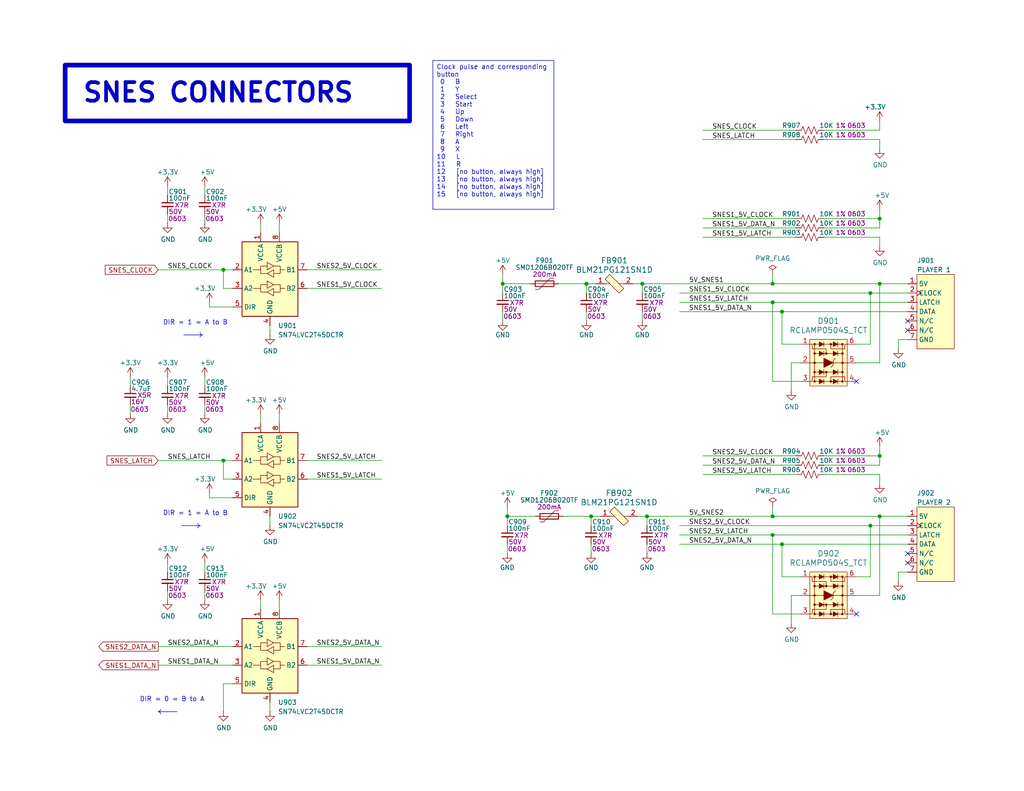
<source format=kicad_sch>
(kicad_sch (version 20231120) (generator "eeschema") (generator_version "8.0")
  (paper "A")
  (title_block (title "PETER") (date "2024-07-29") (rev "0.0") (company "Denno Wiggle") (comment 1 "SNES Connectors x 2."))
  (lib_symbols
    (symbol "Device:Polyfuse" (pin_numbers hide) (pin_names (offset 0))
      (property "Reference" "F" (at -2.54 0 90))
      (property "Value" "Polyfuse" (at 2.54 0 90))
      (symbol "Polyfuse_1_1"
        (pin passive line (at 0 3.81 270) (length 1.27) (name "~") (number "1"))
        (pin passive line (at 0 -3.81 90) (length 1.27) (name "~") (number "2"))
      )
    )
    (symbol "WTM:C_100nF_X7R_16V_0805H" (pin_numbers hide) (pin_names (offset 0) hide)
      (property "Reference" "C" (at 0.254 3.556 0))
      (property "Value" "100nF" (at 0.254 1.778 0))
      (property "Dielectric" "X7R" (at 1.905 -0.127 0))
      (property "Voltage" "16V" (at 0.254 -1.905 0))
      (property "Footprint2" "0805H" (at 0.127 -3.81 0))
      (symbol "C_100nF_X7R_16V_0805H_1_1"
        (pin passive line (at 0 2.54 270) (length 2.032) (name "~") (number "1"))
        (pin passive line (at 0 -2.54 90) (length 2.032) (name "~") (number "2"))
      )
    )
    (symbol "WTM:C_10uF_X5R_16V_0805H" (pin_numbers hide) (pin_names (offset 0.254) hide)
      (property "Reference" "C206" (at 0.254 3.556 0))
      (property "Value" "10uF" (at 0.254 1.778 0))
      (property "Dielectric" "X5R" (at 1.905 0.762 0))
      (property "Voltage" "16V" (at 0.127 -1.016 0))
      (property "Footprint2" "0805H" (at 3.302 -3.81 0))
      (symbol "C_10uF_X5R_16V_0805H_1_1"
        (pin passive line (at 0 2.54 270) (length 2.032) (name "~") (number "1"))
        (pin passive line (at 0 -2.54 90) (length 2.032) (name "~") (number "2"))
      )
    )
    (symbol "WTM:RCLAMP0504S_TCT" (pin_names (offset 1.016))
      (property "Reference" "D1001" (at 0 11.43 0))
      (property "Value" "RCLAMP0504S_TCT" (at 0 8.89 0))
      (symbol "RCLAMP0504S_TCT_1_1"
        (pin passive line (at -7.62 5.08 0) (length 2.54) (name "~") (number "1"))
        (pin passive line (at -7.62 0 0) (length 2.54) (name "~") (number "2"))
        (pin passive line (at -7.62 -5.08 0) (length 2.54) (name "~") (number "3"))
        (pin passive line (at 7.62 -5.08 180) (length 2.54) (name "~") (number "4"))
        (pin passive line (at 7.62 0 180) (length 2.54) (name "~") (number "5"))
        (pin passive line (at 7.62 5.08 180) (length 2.54) (name "~") (number "6"))
      )
    )
    (symbol "WTM:R_33R_5%_0805H_Horizontal1" (pin_numbers hide) (pin_names (offset 0))
      (property "Reference" "R" (at -7.62 1.27 0))
      (property "Value" "33R" (at 2.54 1.27 0))
      (property "Tolerance" "5%" (at 2.54 -1.27 0))
      (property "Footprint2" "0805H" (at -8.89 -1.27 0))
      (symbol "R_33R_5%_0805H_Horizontal1_1_1"
        (pin passive line (at -3.81 0 0) (length 1.27) (name "~") (number "1"))
        (pin passive line (at 3.81 0 180) (length 1.27) (name "~") (number "2"))
      )
    )
    (symbol "WTM:SN74LVC2T45DCTR"
      (property "Reference" "U" (at -6.35 11.43 0))
      (property "Value" "SN74LVC2T45DCTR" (at 3.81 11.43 0))
      (symbol "SN74LVC2T45DCTR_1_1"
        (pin power_in line (at -2.54 12.7 270) (length 2.54) (name "VCCA") (number "1"))
        (pin bidirectional line (at -10.16 2.54 0) (length 2.54) (name "A1") (number "2"))
        (pin bidirectional line (at -10.16 -2.54 0) (length 2.54) (name "A2") (number "3"))
        (pin power_in line (at 0 -12.7 90) (length 2.54) (name "GND") (number "4"))
        (pin input line (at -10.16 -7.62 0) (length 2.54) (name "DIR") (number "5"))
        (pin bidirectional line (at 10.16 -2.54 180) (length 2.54) (name "B2") (number "6"))
        (pin bidirectional line (at 10.16 2.54 180) (length 2.54) (name "B1") (number "7"))
        (pin power_in line (at 2.54 12.7 270) (length 2.54) (name "VCCB") (number "8"))
      )
    )
    (symbol "WTM:SNES-Controller-Socket"
      (property "Reference" "J702" (at -1.27 0 0))
      (property "Value" "PLAYER 2" (at -3.81 2.54 0))
      (symbol "SNES-Controller-Socket_1_1"
        (pin power_in line (at -8.89 -5.08 0) (length 2.54) (name "5V") (number "1"))
        (pin input clock (at -8.89 -7.62 0) (length 2.54) (name "CLOCK") (number "2"))
        (pin input line (at -8.89 -10.16 0) (length 2.54) (name "LATCH") (number "3"))
        (pin output line (at -8.89 -12.7 0) (length 2.54) (name "DATA") (number "4"))
        (pin bidirectional line (at -8.89 -15.24 0) (length 2.54) (name "N/C") (number "5"))
        (pin bidirectional line (at -8.89 -17.78 0) (length 2.54) (name "N/C") (number "6"))
        (pin power_in line (at -8.89 -20.32 0) (length 2.54) (name "GND") (number "7"))
      )
    )
    (symbol "dk_Ferrite-Beads-and-Chips:BLM18AG601SN1D" (pin_names (offset 1.016))
      (property "Reference" "FB" (at -2.54 3.81 0))
      (property "Value" "BLM18AG601SN1D" (at 0 -3.81 0))
      (symbol "BLM18AG601SN1D_1_1"
        (pin passive line (at -5.08 0 0) (length 2.54) (name "~") (number "1"))
        (pin passive line (at 5.08 0 180) (length 2.54) (name "~") (number "2"))
      )
    )
    (symbol "power:+3.3V" (power) (pin_numbers hide) (pin_names (offset 0) hide)
      (property "Value" "+3.3V" (at 0 3.556 0))
      (symbol "+3.3V_1_1"
        (pin power_in line (at 0 0 90) (length 0) (name "~") (number "1"))
      )
    )
    (symbol "power:+5V" (power) (pin_numbers hide) (pin_names (offset 0) hide)
      (property "Value" "+5V" (at 0 3.556 0))
      (symbol "+5V_1_1"
        (pin power_in line (at 0 0 90) (length 0) (name "~") (number "1"))
      )
    )
    (symbol "power:GND" (power) (pin_numbers hide) (pin_names (offset 0) hide)
      (property "Value" "GND" (at 0 -3.81 0))
      (symbol "GND_1_1"
        (pin power_in line (at 0 0 270) (length 0) (name "~") (number "1"))
      )
    )
    (symbol "power:PWR_FLAG" (power) (pin_numbers hide) (pin_names (offset 0) hide)
      (property "Value" "PWR_FLAG" (at 0 3.81 0))
      (symbol "PWR_FLAG_0_0"
        (pin power_out line (at 0 0 90) (length 0) (name "~") (number "1"))
      )
    )
  )
  (junction (at 210.82 146.05))
  (junction (at 161.29 140.97))
  (junction (at 213.36 148.59))
  (junction (at 210.82 82.55))
  (junction (at 176.53 140.97))
  (junction (at 240.03 140.97))
  (junction (at 240.03 59.69))
  (junction (at 240.03 124.46))
  (junction (at 60.96 73.66))
  (junction (at 60.96 125.73))
  (junction (at 237.49 143.51))
  (junction (at 138.43 140.97))
  (junction (at 237.49 80.01))
  (junction (at 210.82 77.47))
  (junction (at 137.16 77.47))
  (junction (at 240.03 77.47))
  (junction (at 210.82 140.97))
  (junction (at 160.02 77.47))
  (junction (at 175.26 77.47))
  (junction (at 213.36 85.09))
  (no_connect (at 247.65 153.67))
  (no_connect (at 247.65 87.63))
  (no_connect (at 247.65 90.17))
  (no_connect (at 233.68 104.14))
  (no_connect (at 247.65 151.13))
  (no_connect (at 233.68 167.64))
  (wire (pts (xy 240.03 77.47) (xy 247.65 77.47)))
  (wire (pts (xy 83.82 125.73) (xy 104.14 125.73)))
  (wire (pts (xy 73.66 140.97) (xy 73.66 143.51)))
  (wire (pts (xy 213.36 85.09) (xy 247.65 85.09)))
  (wire (pts (xy 215.9 99.06) (xy 218.44 99.06)))
  (wire (pts (xy 175.26 87.63) (xy 175.26 85.09)))
  (wire (pts (xy 218.44 104.14) (xy 210.82 104.14)))
  (wire (pts (xy 191.77 35.56) (xy 217.17 35.56)))
  (wire (pts (xy 60.96 130.81) (xy 60.96 125.73)))
  (wire (pts (xy 224.79 62.23) (xy 240.03 62.23)))
  (wire (pts (xy 45.72 153.67) (xy 45.72 156.21)))
  (wire (pts (xy 240.03 40.64) (xy 240.03 38.1)))
  (wire (pts (xy 63.5 135.89) (xy 57.15 135.89)))
  (wire (pts (xy 240.03 99.06) (xy 240.03 77.47)))
  (wire (pts (xy 185.42 85.09) (xy 213.36 85.09)))
  (wire (pts (xy 43.18 125.73) (xy 60.96 125.73)))
  (wire (pts (xy 138.43 140.97) (xy 146.05 140.97)))
  (polyline (pts (xy 50.165 91.44) (xy 55.245 91.44)))
  (wire (pts (xy 245.11 156.21) (xy 247.65 156.21)))
  (wire (pts (xy 210.82 167.64) (xy 210.82 146.05)))
  (wire (pts (xy 237.49 143.51) (xy 247.65 143.51)))
  (wire (pts (xy 137.16 87.63) (xy 137.16 85.09)))
  (polyline (pts (xy 49.53 143.51) (xy 54.61 143.51)))
  (wire (pts (xy 191.77 64.77) (xy 217.17 64.77)))
  (wire (pts (xy 240.03 59.69) (xy 240.03 57.15)))
  (wire (pts (xy 60.96 78.74) (xy 60.96 73.66)))
  (wire (pts (xy 245.11 95.25) (xy 245.11 92.71)))
  (wire (pts (xy 43.18 181.61) (xy 63.5 181.61)))
  (wire (pts (xy 224.79 124.46) (xy 240.03 124.46)))
  (wire (pts (xy 57.15 135.89) (xy 57.15 134.62)))
  (wire (pts (xy 175.26 77.47) (xy 175.26 80.01)))
  (wire (pts (xy 55.88 110.49) (xy 55.88 113.03)))
  (wire (pts (xy 83.82 181.61) (xy 104.14 181.61)))
  (wire (pts (xy 233.68 157.48) (xy 237.49 157.48)))
  (wire (pts (xy 176.53 140.97) (xy 176.53 143.51)))
  (wire (pts (xy 73.66 88.9) (xy 73.66 91.44)))
  (wire (pts (xy 45.72 58.42) (xy 45.72 60.96)))
  (wire (pts (xy 213.36 148.59) (xy 247.65 148.59)))
  (wire (pts (xy 237.49 143.51) (xy 237.49 157.48)))
  (wire (pts (xy 55.88 58.42) (xy 55.88 60.96)))
  (wire (pts (xy 240.03 129.54) (xy 224.79 129.54)))
  (wire (pts (xy 210.82 77.47) (xy 240.03 77.47)))
  (wire (pts (xy 76.2 163.83) (xy 76.2 166.37)))
  (wire (pts (xy 233.68 162.56) (xy 240.03 162.56)))
  (wire (pts (xy 218.44 93.98) (xy 213.36 93.98)))
  (wire (pts (xy 191.77 129.54) (xy 217.17 129.54)))
  (wire (pts (xy 175.26 77.47) (xy 210.82 77.47)))
  (wire (pts (xy 240.03 35.56) (xy 240.03 33.02)))
  (wire (pts (xy 185.42 82.55) (xy 210.82 82.55)))
  (wire (pts (xy 215.9 99.06) (xy 215.9 106.68)))
  (wire (pts (xy 191.77 38.1) (xy 217.17 38.1)))
  (wire (pts (xy 43.18 73.66) (xy 60.96 73.66)))
  (wire (pts (xy 60.96 130.81) (xy 63.5 130.81)))
  (wire (pts (xy 191.77 127) (xy 217.17 127)))
  (wire (pts (xy 57.15 83.82) (xy 57.15 82.55)))
  (wire (pts (xy 237.49 80.01) (xy 247.65 80.01)))
  (wire (pts (xy 240.03 162.56) (xy 240.03 140.97)))
  (wire (pts (xy 55.88 161.29) (xy 55.88 163.83)))
  (wire (pts (xy 60.96 186.69) (xy 60.96 194.31)))
  (polyline (pts (xy 48.26 194.31) (xy 43.18 194.31)))
  (wire (pts (xy 45.72 161.29) (xy 45.72 163.83)))
  (wire (pts (xy 60.96 73.66) (xy 63.5 73.66)))
  (wire (pts (xy 71.12 60.96) (xy 71.12 63.5)))
  (wire (pts (xy 152.4 77.47) (xy 160.02 77.47)))
  (wire (pts (xy 83.82 130.81) (xy 104.14 130.81)))
  (wire (pts (xy 153.67 140.97) (xy 161.29 140.97)))
  (wire (pts (xy 237.49 93.98) (xy 237.49 80.01)))
  (wire (pts (xy 35.56 102.87) (xy 35.56 105.41)))
  (wire (pts (xy 138.43 140.97) (xy 138.43 143.51)))
  (wire (pts (xy 60.96 125.73) (xy 63.5 125.73)))
  (wire (pts (xy 191.77 59.69) (xy 217.17 59.69)))
  (wire (pts (xy 138.43 151.13) (xy 138.43 148.59)))
  (wire (pts (xy 240.03 64.77) (xy 224.79 64.77)))
  (wire (pts (xy 240.03 132.08) (xy 240.03 129.54)))
  (wire (pts (xy 55.88 50.8) (xy 55.88 53.34)))
  (wire (pts (xy 83.82 176.53) (xy 104.14 176.53)))
  (wire (pts (xy 210.82 82.55) (xy 247.65 82.55)))
  (wire (pts (xy 185.42 143.51) (xy 237.49 143.51)))
  (wire (pts (xy 160.02 87.63) (xy 160.02 85.09)))
  (wire (pts (xy 240.03 38.1) (xy 224.79 38.1)))
  (wire (pts (xy 173.99 140.97) (xy 176.53 140.97)))
  (wire (pts (xy 176.53 140.97) (xy 210.82 140.97)))
  (wire (pts (xy 233.68 99.06) (xy 240.03 99.06)))
  (wire (pts (xy 185.42 146.05) (xy 210.82 146.05)))
  (wire (pts (xy 224.79 127) (xy 240.03 127)))
  (wire (pts (xy 55.88 153.67) (xy 55.88 156.21)))
  (wire (pts (xy 240.03 62.23) (xy 240.03 59.69)))
  (wire (pts (xy 73.66 191.77) (xy 73.66 194.31)))
  (wire (pts (xy 210.82 138.43) (xy 210.82 140.97)))
  (wire (pts (xy 240.03 67.31) (xy 240.03 64.77)))
  (wire (pts (xy 213.36 93.98) (xy 213.36 85.09)))
  (wire (pts (xy 137.16 74.93) (xy 137.16 77.47)))
  (wire (pts (xy 245.11 156.21) (xy 245.11 158.75)))
  (wire (pts (xy 35.56 110.49) (xy 35.56 113.03)))
  (wire (pts (xy 76.2 113.03) (xy 76.2 115.57)))
  (wire (pts (xy 210.82 146.05) (xy 247.65 146.05)))
  (wire (pts (xy 137.16 77.47) (xy 144.78 77.47)))
  (wire (pts (xy 45.72 110.49) (xy 45.72 113.03)))
  (wire (pts (xy 218.44 167.64) (xy 210.82 167.64)))
  (wire (pts (xy 161.29 151.13) (xy 161.29 148.59)))
  (wire (pts (xy 161.29 140.97) (xy 161.29 143.51)))
  (wire (pts (xy 161.29 140.97) (xy 163.83 140.97)))
  (wire (pts (xy 215.9 162.56) (xy 218.44 162.56)))
  (wire (pts (xy 240.03 140.97) (xy 247.65 140.97)))
  (wire (pts (xy 160.02 77.47) (xy 160.02 80.01)))
  (wire (pts (xy 215.9 162.56) (xy 215.9 170.18)))
  (wire (pts (xy 245.11 92.71) (xy 247.65 92.71)))
  (wire (pts (xy 240.03 127) (xy 240.03 124.46)))
  (wire (pts (xy 45.72 102.87) (xy 45.72 105.41)))
  (wire (pts (xy 213.36 148.59) (xy 213.36 157.48)))
  (wire (pts (xy 185.42 80.01) (xy 237.49 80.01)))
  (wire (pts (xy 240.03 124.46) (xy 240.03 121.92)))
  (wire (pts (xy 83.82 78.74) (xy 104.14 78.74)))
  (wire (pts (xy 233.68 93.98) (xy 237.49 93.98)))
  (wire (pts (xy 191.77 62.23) (xy 217.17 62.23)))
  (wire (pts (xy 210.82 74.93) (xy 210.82 77.47)))
  (wire (pts (xy 210.82 140.97) (xy 240.03 140.97)))
  (wire (pts (xy 185.42 148.59) (xy 213.36 148.59)))
  (wire (pts (xy 172.72 77.47) (xy 175.26 77.47)))
  (wire (pts (xy 76.2 60.96) (xy 76.2 63.5)))
  (wire (pts (xy 63.5 78.74) (xy 60.96 78.74)))
  (wire (pts (xy 63.5 186.69) (xy 60.96 186.69)))
  (wire (pts (xy 224.79 59.69) (xy 240.03 59.69)))
  (wire (pts (xy 71.12 163.83) (xy 71.12 166.37)))
  (wire (pts (xy 83.82 73.66) (xy 104.14 73.66)))
  (wire (pts (xy 191.77 124.46) (xy 217.17 124.46)))
  (wire (pts (xy 224.79 35.56) (xy 240.03 35.56)))
  (wire (pts (xy 176.53 151.13) (xy 176.53 148.59)))
  (wire (pts (xy 218.44 157.48) (xy 213.36 157.48)))
  (wire (pts (xy 45.72 50.8) (xy 45.72 53.34)))
  (wire (pts (xy 160.02 77.47) (xy 162.56 77.47)))
  (wire (pts (xy 210.82 104.14) (xy 210.82 82.55)))
  (wire (pts (xy 137.16 77.47) (xy 137.16 80.01)))
  (wire (pts (xy 43.18 176.53) (xy 63.5 176.53)))
  (wire (pts (xy 71.12 113.03) (xy 71.12 115.57)))
  (wire (pts (xy 55.88 102.87) (xy 55.88 105.41)))
  (wire (pts (xy 138.43 138.43) (xy 138.43 140.97)))
  (wire (pts (xy 63.5 83.82) (xy 57.15 83.82)))
  (arc (start 43.175 194.305) (mid 43.6187 194.4976) (end 43.81 194.94))
  (arc (start 55.24 91.44) (mid 54.7953 91.2497) (end 54.605 90.805))
  (arc (start 53.985 144.15) (mid 54.1698 143.7013) (end 54.62 143.515))
  (arc (start 54.61 92.075) (mid 54.7942 91.6227) (end 55.245 91.44))
  (arc (start 54.615 143.515) (mid 54.173 143.322) (end 53.98 142.88))
  (arc (start 43.805 193.67) (mid 43.619 194.119) (end 43.17 194.305))
  (text_box "SNES CONNECTORS" (at 17.78 17.78 0) (size 93.98 15.24) (stroke (width 1.27)) (effects (font (size 5.08 5.08) (thickness 1.016) (bold yes)) (justify left top)))
  (text_box "Clock pulse and corresponding button\n 0   B\n 1   Y\n 2   Select\n 3   Start\n 4   Up\n 5   Down\n 6   Left\n 7   Right\n 8   A\n 9   X\n10   L\n11   R\n12   [no button, always high]\n13   [no button, always high]\n14   [no button, always high]\n15   [no button, always high]" (at 118.11 16.51 0) (size 33.02 40.64) (effects (font (size 1.27 1.27)) (justify left top)))
  (text "DIR = 1 = A to B\n" (at 44.45 140.97 0) (effects (font (size 1.27 1.27)) (justify left bottom)))
  (text "DIR = 1 = A to B\n" (at 44.45 88.9 0) (effects (font (size 1.27 1.27)) (justify left bottom)))
  (text "DIR = 0 = B to A" (at 38.1 191.77 0) (effects (font (size 1.27 1.27)) (justify left bottom)))
  (label "SNES_LATCH" (at 194.31 38.1 0))
  (label "SNES2_5V_DATA_N" (at 194.31 127 0))
  (label "SNES1_5V_LATCH" (at 86.36 130.81 0))
  (label "SNES1_5V_DATA_N" (at 194.31 62.23 0))
  (label "SNES2_5V_CLOCK" (at 194.31 124.46 0))
  (label "SNES_CLOCK" (at 194.31 35.56 0))
  (label "SNES1_5V_CLOCK" (at 187.96 80.01 0))
  (label "5V_SNES1" (at 187.96 77.47 0))
  (label "SNES1_5V_LATCH" (at 194.31 64.77 0))
  (label "SNES2_5V_CLOCK" (at 187.96 143.51 0))
  (label "SNES2_DATA_N" (at 45.72 176.53 0))
  (label "SNES_LATCH" (at 45.72 125.73 0))
  (label "SNES2_5V_LATCH" (at 187.96 146.05 0))
  (label "SNES2_5V_CLOCK" (at 86.36 73.66 0))
  (label "SNES1_5V_DATA_N" (at 86.36 181.61 0))
  (label "SNES1_DATA_N" (at 45.72 181.61 0))
  (label "SNES_CLOCK" (at 45.72 73.66 0))
  (label "SNES2_5V_DATA_N" (at 86.36 176.53 0))
  (label "SNES1_5V_CLOCK" (at 86.36 78.74 0))
  (label "SNES2_5V_LATCH" (at 86.36 125.73 0))
  (label "SNES1_5V_DATA_N" (at 187.96 85.09 0))
  (label "5V_SNES2" (at 187.96 140.97 0))
  (label "SNES1_5V_CLOCK" (at 194.31 59.69 0))
  (label "SNES2_5V_LATCH" (at 194.31 129.54 0))
  (label "SNES1_5V_LATCH" (at 187.96 82.55 0))
  (label "SNES2_5V_DATA_N" (at 187.96 148.59 0))
  (global_label "SNES_CLOCK" (shape input) (at 43.18 73.66 180) (property "Intersheetrefs" "${INTERSHEET_REFS}" (at 28.4333 73.66 0) (effects (justify right))))
  (global_label "SNES1_DATA_N" (shape output) (at 43.18 181.61 180) (property "Intersheetrefs" "${INTERSHEET_REFS}" (at 26.6795 181.61 0) (effects (justify right))))
  (global_label "SNES2_DATA_N" (shape output) (at 43.18 176.53 180) (property "Intersheetrefs" "${INTERSHEET_REFS}" (at 26.6795 176.53 0) (effects (justify right))))
  (global_label "SNES_LATCH" (shape input) (at 43.18 125.73 180) (property "Intersheetrefs" "${INTERSHEET_REFS}" (at 28.9171 125.73 0) (effects (justify right))))
  (symbol (lib_id "WTM:C_100nF_X7R_16V_0805H") (at 45.72 158.75 0) (unit 1)
    (property "Reference" "C912" (at 45.974 155.194 0) (effects (justify left)))
    (property "Value" "100nF" (at 45.974 156.972 0) (effects (justify left)))
    (property "Footprint" "Capacitor_SMD:C_0603_1608Metric" (effects (hide yes)))
    (property "Datasheet" "https://www.yageo.com/upload/media/product/productsearch/datasheet/mlcc/UPY-GPHC_X7R_6.3V-to-250V_22.pdf" (effects (hide yes)))
    (property "Description" "CAP CER 0.1UF 50V X7R 0603" (effects (hide yes)))
    (property "Digikey" "311-1344-1-ND" (effects (hide yes)))
    (property "Dielectric" "X7R" (at 47.625 158.877 0) (effects (justify left)))
    (property "Voltage" "50V" (at 45.974 160.655 0) (effects (justify left)))
    (property "MPN" "CC0603KRX7R9BB104" (effects (hide yes)))
    (property "Manufacturer" "YAGEO" (effects (hide yes)))
    (property "Footprint2" "0603" (at 45.847 162.56 0) (effects (justify left)))
    (property "Tolerance" "10%" (effects (hide yes)))
    (property "LCSC Part #" "C14663" (effects (hide yes)))
  )
  (symbol (lib_id "WTM:C_10uF_X5R_16V_0805H") (at 35.56 107.95 0) (unit 1)
    (property "Reference" "C906" (at 35.814 104.394 0) (effects (justify left)))
    (property "Value" "4.7uF" (at 35.814 106.172 0) (effects (justify left)))
    (property "Footprint" "Capacitor_SMD:C_0603_1608Metric" (effects (hide yes)))
    (property "Datasheet" "https://mm.digikey.com/Volume0/opasdata/d220001/medias/docus/2328/CL10A475KO8NNNC_Spec.pdf" (effects (hide yes)))
    (property "Description" "CAP CER 4.7UF 16V X5R 0603" (effects (hide yes)))
    (property "Digikey" "1276-1784-1-ND" (effects (hide yes)))
    (property "Dielectric" "X5R" (at 37.465 107.188 0) (effects (justify left top)))
    (property "Voltage" "16V" (at 35.687 108.966 0) (effects (justify left top)))
    (property "Footprint2" "0603" (at 35.56 111.76 0) (effects (justify left)))
    (property "MPN" "CL10A475KO8NNNC" (effects (hide yes)))
    (property "Manufacturer" "Yaego" (effects (hide yes)))
    (property "Tolerance" "10%" (effects (hide yes)))
    (property "LCSC Part #" "C19666" (effects (hide yes)))
  )
  (symbol (lib_id "power:PWR_FLAG") (at 210.82 138.43 0) (unit 1)
    (property "Reference" "#FLG0902" (effects (hide yes)))
    (property "Value" "PWR_FLAG" (at 210.82 134.0358 0))
  )
  (symbol (lib_id "WTM:R_33R_5%_0805H_Horizontal1") (at 220.98 35.56 0) (unit 1)
    (property "Reference" "R907" (at 213.36 34.29 0) (effects (justify left)))
    (property "Value" "10K" (at 223.52 34.29 0) (effects (justify left)))
    (property "Footprint" "Resistor_SMD:R_0603_1608Metric" (effects (hide yes)))
    (property "Datasheet" "https://www.yageo.com/upload/media/product/productsearch/datasheet/rchip/PYu-RC_Group_51_RoHS_L_12.pdf" (effects (hide yes)))
    (property "Description" "RES 10K OHM 1% 1/10W 0603" (effects (hide yes)))
    (property "Tolerance" "1%" (at 227.965 34.29 0) (effects (justify left)))
    (property "Footprint2" "0603" (at 231.14 34.29 0) (effects (justify left)))
    (property "MPN" "RC0603FR-0710KL" (effects (hide yes)))
    (property "Manufacturer" "Yaego" (effects (hide yes)))
    (property "Digikey" "311-10.0KHRCT-ND" (effects (hide yes)))
    (property "LCSC Part #" "C98220" (effects (hide yes)))
  )
  (symbol (lib_id "power:+3.3V") (at 45.72 102.87 0) (unit 1)
    (property "Reference" "#PWR0917" (effects (hide yes)))
    (property "Value" "+3.3V" (at 45.72 99.06 0))
  )
  (symbol (lib_id "power:GND") (at 160.02 87.63 0) (unit 1)
    (property "Reference" "#PWR0912" (effects (hide yes)))
    (property "Value" "GND" (at 160.02 91.44 0))
  )
  (symbol (lib_id "power:+5V") (at 137.16 74.93 0) (unit 1)
    (property "Reference" "#PWR0909" (effects (hide yes)))
    (property "Value" "+5V" (at 137.16 71.12 0))
  )
  (symbol (lib_id "power:GND") (at 55.88 163.83 0) (unit 1)
    (property "Reference" "#PWR0937" (effects (hide yes)))
    (property "Value" "GND" (at 56.007 168.2242 0))
  )
  (symbol (lib_id "WTM:C_100nF_X7R_16V_0805H") (at 160.02 82.55 0) (unit 1)
    (property "Reference" "C904" (at 160.274 78.994 0) (effects (justify left)))
    (property "Value" "100nF" (at 160.274 80.772 0) (effects (justify left)))
    (property "Footprint" "Capacitor_SMD:C_0603_1608Metric" (effects (hide yes)))
    (property "Datasheet" "https://www.yageo.com/upload/media/product/productsearch/datasheet/mlcc/UPY-GPHC_X7R_6.3V-to-250V_22.pdf" (effects (hide yes)))
    (property "Description" "CAP CER 0.1UF 50V X7R 0603" (effects (hide yes)))
    (property "Digikey" "311-1344-1-ND" (effects (hide yes)))
    (property "Dielectric" "X7R" (at 161.925 82.677 0) (effects (justify left)))
    (property "Voltage" "50V" (at 160.274 84.455 0) (effects (justify left)))
    (property "MPN" "CC0603KRX7R9BB104" (effects (hide yes)))
    (property "Manufacturer" "YAGEO" (effects (hide yes)))
    (property "Footprint2" "0603" (at 160.147 86.36 0) (effects (justify left)))
    (property "Tolerance" "10%" (effects (hide yes)))
    (property "LCSC Part #" "C14663" (effects (hide yes)))
  )
  (symbol (lib_id "power:+3.3V") (at 45.72 153.67 0) (unit 1)
    (property "Reference" "#PWR0933" (effects (hide yes)))
    (property "Value" "+3.3V" (at 45.72 149.86 0))
  )
  (symbol (lib_id "power:PWR_FLAG") (at 210.82 74.93 0) (unit 1)
    (property "Reference" "#FLG0901" (effects (hide yes)))
    (property "Value" "PWR_FLAG" (at 210.82 70.5358 0))
  )
  (symbol (lib_id "power:+5V") (at 240.03 57.15 0) (unit 1)
    (property "Reference" "#PWR0903" (effects (hide yes)))
    (property "Value" "+5V" (at 240.665 53.34 0))
  )
  (symbol (lib_id "power:+3.3V") (at 71.12 60.96 0) (unit 1)
    (property "Reference" "#PWR0906" (effects (hide yes)))
    (property "Value" "+3.3V" (at 69.85 57.15 0))
  )
  (symbol (lib_id "WTM:R_33R_5%_0805H_Horizontal1") (at 220.98 59.69 0) (unit 1)
    (property "Reference" "R901" (at 213.36 58.42 0) (effects (justify left)))
    (property "Value" "10K" (at 223.52 58.42 0) (effects (justify left)))
    (property "Footprint" "Resistor_SMD:R_0603_1608Metric" (effects (hide yes)))
    (property "Datasheet" "https://www.yageo.com/upload/media/product/productsearch/datasheet/rchip/PYu-RC_Group_51_RoHS_L_12.pdf" (effects (hide yes)))
    (property "Description" "RES 10K OHM 1% 1/10W 0603" (effects (hide yes)))
    (property "Tolerance" "1%" (at 227.965 58.42 0) (effects (justify left)))
    (property "Footprint2" "0603" (at 231.14 58.42 0) (effects (justify left)))
    (property "MPN" "RC0603FR-0710KL" (effects (hide yes)))
    (property "Manufacturer" "Yaego" (effects (hide yes)))
    (property "Digikey" "311-10.0KHRCT-ND" (effects (hide yes)))
    (property "LCSC Part #" "C98220" (effects (hide yes)))
  )
  (symbol (lib_id "WTM:SN74LVC2T45DCTR") (at 73.66 128.27 0) (unit 1)
    (property "Reference" "U902" (at 75.8541 140.97 0) (effects (justify left)))
    (property "Value" "SN74LVC2T45DCTR" (at 75.8541 143.51 0) (effects (justify left)))
    (property "Footprint" "WTM_Library:SSOP-8_2.95x2.8mm_P0.65mm" (effects (hide yes)))
    (property "Datasheet" "http://www.ti.com/lit/ds/symlink/sn74lvc2t45.pdf" (effects (hide yes)))
    (property "Description" "IC TRANSLATOR BIDIRECTIONAL 420MBPS SM8" (effects (hide yes)))
    (property "Digikey" "296-16845-1-ND" (effects (hide yes)))
    (property "MPN" "SN74LVC2T45DCTR" (effects (hide yes)))
    (property "Manufacturer" "Texas Instruments" (effects (hide yes)))
    (property "LCSC Part #" "C22672" (effects (hide yes)))
  )
  (symbol (lib_id "Device:Polyfuse") (at 148.59 77.47 90) (unit 1)
    (property "Reference" "F901" (at 148.59 71.12 90))
    (property "Value" "SMD1206B020TF" (at 148.59 73.025 90))
    (property "Footprint" "Resistor_SMD:R_1206_3216Metric_Pad1.30x1.75mm_HandSolder" (effects (hide yes)))
    (property "Datasheet" "https://www.yageo.com/upload/media/product/productsearch/datasheet/cpc/pptc/SMD1206_1.pdf" (effects (hide yes)))
    (property "Description" "PTC RESET FUSE 24V 200MA 1206" (effects (hide yes)))
    (property "MPN" "SMD1206B020TF/24" (effects (hide yes)))
    (property "Manufacturer" "YAGEO" (effects (hide yes)))
    (property "Digikey" "13-SMD1206B020TF/24CT-ND" (effects (hide yes)))
    (property "LCSC Part #" "C269111" (effects (hide yes)))
    (property "Current" "200mA" (at 148.59 74.93 90))
  )
  (symbol (lib_id "power:GND") (at 176.53 151.13 0) (unit 1)
    (property "Reference" "#PWR0932" (effects (hide yes)))
    (property "Value" "GND" (at 176.53 154.94 0))
  )
  (symbol (lib_id "power:GND") (at 45.72 60.96 0) (unit 1)
    (property "Reference" "#PWR0904" (effects (hide yes)))
    (property "Value" "GND" (at 45.847 65.3542 0))
  )
  (symbol (lib_id "power:+3.3V") (at 45.72 50.8 0) (unit 1)
    (property "Reference" "#PWR0901" (effects (hide yes)))
    (property "Value" "+3.3V" (at 45.72 46.99 0))
  )
  (symbol (lib_id "dk_Ferrite-Beads-and-Chips:BLM18AG601SN1D") (at 168.91 140.97 0) (unit 1)
    (property "Reference" "FB902" (at 168.91 134.62 0) (effects (font (size 1.524 1.524))))
    (property "Value" "BLM21PG121SN1D" (at 168.91 137.16 0) (effects (font (size 1.524 1.524))))
    (property "Footprint" "Inductor_SMD:L_0805_2012Metric" (effects (hide yes)))
    (property "Datasheet" "https://www.murata.com/en-us/products/en-us/products/productdata/8796738977822/ENFA0005.pdf" (effects (hide yes)))
    (property "Description" "FERRITE BEAD 120 OHM 0805 3A" (effects (hide yes)))
    (property "MPN" "BLM21PG121SN1D" (effects (hide yes)))
    (property "Category" "Filters" (effects (hide yes)))
    (property "Family" "Ferrite Beads and Chips" (effects (hide yes)))
    (property "Manufacturer" "Murata Electronics North America" (effects (hide yes)))
    (property "Status" "Active" (effects (hide yes)))
    (property "Digikey" "490-5986-1-ND" (effects (hide yes)))
    (property "LCSC Part #" "C79382" (effects (hide yes)))
  )
  (symbol (lib_id "power:GND") (at 175.26 87.63 0) (unit 1)
    (property "Reference" "#PWR0913" (effects (hide yes)))
    (property "Value" "GND" (at 175.26 91.44 0))
  )
  (symbol (lib_id "WTM:R_33R_5%_0805H_Horizontal1") (at 220.98 129.54 0) (unit 1)
    (property "Reference" "R906" (at 213.36 128.27 0) (effects (justify left)))
    (property "Value" "10K" (at 223.52 128.27 0) (effects (justify left)))
    (property "Footprint" "Resistor_SMD:R_0603_1608Metric" (effects (hide yes)))
    (property "Datasheet" "https://www.yageo.com/upload/media/product/productsearch/datasheet/rchip/PYu-RC_Group_51_RoHS_L_12.pdf" (effects (hide yes)))
    (property "Description" "RES 10K OHM 1% 1/10W 0603" (effects (hide yes)))
    (property "Tolerance" "1%" (at 227.965 128.27 0) (effects (justify left)))
    (property "Footprint2" "0603" (at 231.14 128.27 0) (effects (justify left)))
    (property "MPN" "RC0603FR-0710KL" (effects (hide yes)))
    (property "Manufacturer" "Yaego" (effects (hide yes)))
    (property "Digikey" "311-10.0KHRCT-ND" (effects (hide yes)))
    (property "LCSC Part #" "C98220" (effects (hide yes)))
  )
  (symbol (lib_id "WTM:RCLAMP0504S_TCT") (at 226.06 162.56 0) (unit 1)
    (property "Reference" "D902" (at 226.06 151.13 0) (effects (font (size 1.524 1.524))))
    (property "Value" "RCLAMP0504S_TCT" (at 226.06 153.67 0) (effects (font (size 1.524 1.524))))
    (property "Footprint" "Package_TO_SOT_SMD:SOT-23-6_Handsoldering" (effects (hide yes)))
    (property "Datasheet" "https://www.semtech.com/uploads/documents/rclamp0504s.pdf" (effects (hide yes)))
    (property "Description" "TVS DIODE 5V 25V SOT23-6" (effects (hide yes)))
    (property "MPN" "RCLAMP0504S.TCT" (effects (hide yes)))
    (property "Digi-Key_PN" "RCLAMP0504SCT-ND" (effects (hide yes)))
    (property "Category" "Circuit Protection" (effects (hide yes)))
    (property "Family" "TVS - Diodes" (effects (hide yes)))
    (property "DK_Datasheet_Link" "https://www.semtech.com/uploads/documents/rclamp0504s.pdf" (effects (hide yes)))
    (property "DK_Detail_Page" "/product-detail/en/semtech-corporation/RCLAMP0504S.TCT/RCLAMP0504SCT-ND/1000961" (effects (hide yes)))
    (property "Manufacturer" "Semtech Corporation" (effects (hide yes)))
    (property "Status" "Active" (effects (hide yes)))
    (property "LCSC Part #" "C132260" (effects (hide yes)))
    (property "Digikey" "RCLAMP0504SCT-ND" (effects (hide yes)))
  )
  (symbol (lib_id "power:+5V") (at 76.2 60.96 0) (unit 1)
    (property "Reference" "#PWR0907" (effects (hide yes)))
    (property "Value" "+5V" (at 76.2 57.15 0))
  )
  (symbol (lib_id "power:+5V") (at 138.43 138.43 0) (unit 1)
    (property "Reference" "#PWR0928" (effects (hide yes)))
    (property "Value" "+5V" (at 138.43 134.62 0))
  )
  (symbol (lib_id "power:GND") (at 240.03 132.08 0) (unit 1)
    (property "Reference" "#PWR0926" (effects (hide yes)))
    (property "Value" "GND" (at 240.157 136.4742 0))
  )
  (symbol (lib_id "WTM:RCLAMP0504S_TCT") (at 226.06 99.06 0) (unit 1)
    (property "Reference" "D901" (at 226.06 87.63 0) (effects (font (size 1.524 1.524))))
    (property "Value" "RCLAMP0504S_TCT" (at 226.06 90.17 0) (effects (font (size 1.524 1.524))))
    (property "Footprint" "Package_TO_SOT_SMD:SOT-23-6_Handsoldering" (effects (hide yes)))
    (property "Datasheet" "https://www.semtech.com/uploads/documents/rclamp0504s.pdf" (effects (hide yes)))
    (property "Description" "TVS DIODE 5V 25V SOT23-6" (effects (hide yes)))
    (property "MPN" "RCLAMP0504S.TCT" (effects (hide yes)))
    (property "Digi-Key_PN" "RCLAMP0504SCT-ND" (effects (hide yes)))
    (property "Category" "Circuit Protection" (effects (hide yes)))
    (property "Family" "TVS - Diodes" (effects (hide yes)))
    (property "DK_Datasheet_Link" "https://www.semtech.com/uploads/documents/rclamp0504s.pdf" (effects (hide yes)))
    (property "DK_Detail_Page" "/product-detail/en/semtech-corporation/RCLAMP0504S.TCT/RCLAMP0504SCT-ND/1000961" (effects (hide yes)))
    (property "Manufacturer" "Semtech Corporation" (effects (hide yes)))
    (property "Status" "Active" (effects (hide yes)))
    (property "LCSC Part #" "C132260" (effects (hide yes)))
    (property "Digikey" "RCLAMP0504SCT-ND" (effects (hide yes)))
  )
  (symbol (lib_id "power:GND") (at 55.88 60.96 0) (unit 1)
    (property "Reference" "#PWR0905" (effects (hide yes)))
    (property "Value" "GND" (at 56.007 65.3542 0))
  )
  (symbol (lib_id "power:GND") (at 240.03 40.64 0) (unit 1)
    (property "Reference" "#PWR0944" (effects (hide yes)))
    (property "Value" "GND" (at 240.157 45.0342 0))
  )
  (symbol (lib_id "WTM:SN74LVC2T45DCTR") (at 73.66 179.07 0) (unit 1)
    (property "Reference" "U903" (at 75.8541 191.77 0) (effects (justify left)))
    (property "Value" "SN74LVC2T45DCTR" (at 75.8541 194.31 0) (effects (justify left)))
    (property "Footprint" "WTM_Library:SSOP-8_2.95x2.8mm_P0.65mm" (effects (hide yes)))
    (property "Datasheet" "http://www.ti.com/lit/ds/symlink/sn74lvc2t45.pdf" (effects (hide yes)))
    (property "Description" "IC TRANSLATOR BIDIRECTIONAL 420MBPS SM8" (effects (hide yes)))
    (property "Digikey" "296-16845-1-ND" (effects (hide yes)))
    (property "MPN" "SN74LVC2T45DCTR" (effects (hide yes)))
    (property "Manufacturer" "Texas Instruments" (effects (hide yes)))
    (property "LCSC Part #" "C22672" (effects (hide yes)))
  )
  (symbol (lib_id "WTM:R_33R_5%_0805H_Horizontal1") (at 220.98 124.46 0) (unit 1)
    (property "Reference" "R904" (at 213.36 123.19 0) (effects (justify left)))
    (property "Value" "10K" (at 223.52 123.19 0) (effects (justify left)))
    (property "Footprint" "Resistor_SMD:R_0603_1608Metric" (effects (hide yes)))
    (property "Datasheet" "https://www.yageo.com/upload/media/product/productsearch/datasheet/rchip/PYu-RC_Group_51_RoHS_L_12.pdf" (effects (hide yes)))
    (property "Description" "RES 10K OHM 1% 1/10W 0603" (effects (hide yes)))
    (property "Tolerance" "1%" (at 227.965 123.19 0) (effects (justify left)))
    (property "Footprint2" "0603" (at 231.14 123.19 0) (effects (justify left)))
    (property "MPN" "RC0603FR-0710KL" (effects (hide yes)))
    (property "Manufacturer" "Yaego" (effects (hide yes)))
    (property "Digikey" "311-10.0KHRCT-ND" (effects (hide yes)))
    (property "LCSC Part #" "C98220" (effects (hide yes)))
  )
  (symbol (lib_id "WTM:SNES-Controller-Socket") (at 256.54 135.89 0) (unit 1)
    (property "Reference" "J902" (at 250.19 134.62 0) (effects (justify left)))
    (property "Value" "PLAYER 2" (at 250.19 137.16 0) (effects (justify left)))
    (property "Footprint" "WTM_Library:SNES_ControllerPortRightAngle_RightSide" (effects (hide yes)))
  )
  (symbol (lib_id "power:+3.3V") (at 71.12 113.03 0) (unit 1)
    (property "Reference" "#PWR0923" (effects (hide yes)))
    (property "Value" "+3.3V" (at 69.85 109.22 0))
  )
  (symbol (lib_id "power:GND") (at 245.11 95.25 0) (unit 1)
    (property "Reference" "#PWR0915" (effects (hide yes)))
    (property "Value" "GND" (at 245.237 99.6442 0))
  )
  (symbol (lib_id "power:+3.3V") (at 240.03 33.02 0) (unit 1)
    (property "Reference" "#PWR0943" (effects (hide yes)))
    (property "Value" "+3.3V" (at 238.76 29.21 0))
  )
  (symbol (lib_id "power:GND") (at 137.16 87.63 0) (unit 1)
    (property "Reference" "#PWR0911" (effects (hide yes)))
    (property "Value" "GND" (at 137.16 91.44 0))
  )
  (symbol (lib_id "power:+5V") (at 55.88 50.8 0) (unit 1)
    (property "Reference" "#PWR0902" (effects (hide yes)))
    (property "Value" "+5V" (at 56.515 46.99 0))
  )
  (symbol (lib_id "power:GND") (at 240.03 67.31 0) (unit 1)
    (property "Reference" "#PWR0908" (effects (hide yes)))
    (property "Value" "GND" (at 240.157 71.7042 0))
  )
  (symbol (lib_id "WTM:SN74LVC2T45DCTR") (at 73.66 76.2 0) (unit 1)
    (property "Reference" "U901" (at 75.8541 88.9 0) (effects (justify left)))
    (property "Value" "SN74LVC2T45DCTR" (at 75.8541 91.44 0) (effects (justify left)))
    (property "Footprint" "WTM_Library:SSOP-8_2.95x2.8mm_P0.65mm" (effects (hide yes)))
    (property "Datasheet" "http://www.ti.com/lit/ds/symlink/sn74lvc2t45.pdf" (effects (hide yes)))
    (property "Description" "IC TRANSLATOR BIDIRECTIONAL 420MBPS SM8" (effects (hide yes)))
    (property "Digikey" "296-16845-1-ND" (effects (hide yes)))
    (property "MPN" "SN74LVC2T45DCTR" (effects (hide yes)))
    (property "Manufacturer" "Texas Instruments" (effects (hide yes)))
    (property "LCSC Part #" "C22672" (effects (hide yes)))
  )
  (symbol (lib_id "power:GND") (at 215.9 170.18 0) (unit 1)
    (property "Reference" "#PWR0940" (effects (hide yes)))
    (property "Value" "GND" (at 216.027 174.5742 0))
  )
  (symbol (lib_id "WTM:C_100nF_X7R_16V_0805H") (at 175.26 82.55 0) (unit 1)
    (property "Reference" "C905" (at 175.514 78.994 0) (effects (justify left)))
    (property "Value" "100nF" (at 175.514 80.772 0) (effects (justify left)))
    (property "Footprint" "Capacitor_SMD:C_0603_1608Metric" (effects (hide yes)))
    (property "Datasheet" "https://www.yageo.com/upload/media/product/productsearch/datasheet/mlcc/UPY-GPHC_X7R_6.3V-to-250V_22.pdf" (effects (hide yes)))
    (property "Description" "CAP CER 0.1UF 50V X7R 0603" (effects (hide yes)))
    (property "Digikey" "311-1344-1-ND" (effects (hide yes)))
    (property "Dielectric" "X7R" (at 177.165 82.677 0) (effects (justify left)))
    (property "Voltage" "50V" (at 175.514 84.455 0) (effects (justify left)))
    (property "MPN" "CC0603KRX7R9BB104" (effects (hide yes)))
    (property "Manufacturer" "YAGEO" (effects (hide yes)))
    (property "Footprint2" "0603" (at 175.387 86.36 0) (effects (justify left)))
    (property "Tolerance" "10%" (effects (hide yes)))
    (property "LCSC Part #" "C14663" (effects (hide yes)))
  )
  (symbol (lib_id "power:GND") (at 73.66 143.51 0) (unit 1)
    (property "Reference" "#PWR0929" (effects (hide yes)))
    (property "Value" "GND" (at 73.787 147.9042 0))
  )
  (symbol (lib_id "power:GND") (at 73.66 91.44 0) (unit 1)
    (property "Reference" "#PWR0914" (effects (hide yes)))
    (property "Value" "GND" (at 73.787 95.8342 0))
  )
  (symbol (lib_id "power:GND") (at 60.96 194.31 0) (unit 1)
    (property "Reference" "#PWR0941" (effects (hide yes)))
    (property "Value" "GND" (at 61.087 198.7042 0))
  )
  (symbol (lib_id "WTM:SNES-Controller-Socket") (at 256.54 72.39 0) (unit 1)
    (property "Reference" "J901" (at 250.19 71.12 0) (effects (justify left)))
    (property "Value" "PLAYER 1" (at 250.19 73.66 0) (effects (justify left)))
    (property "Footprint" "WTM_Library:SNES_ControllerPortRightAngle_RightSide" (effects (hide yes)))
  )
  (symbol (lib_id "WTM:R_33R_5%_0805H_Horizontal1") (at 220.98 127 0) (unit 1)
    (property "Reference" "R905" (at 213.36 125.73 0) (effects (justify left)))
    (property "Value" "10K" (at 223.52 125.73 0) (effects (justify left)))
    (property "Footprint" "Resistor_SMD:R_0603_1608Metric" (effects (hide yes)))
    (property "Datasheet" "https://www.yageo.com/upload/media/product/productsearch/datasheet/rchip/PYu-RC_Group_51_RoHS_L_12.pdf" (effects (hide yes)))
    (property "Description" "RES 10K OHM 1% 1/10W 0603" (effects (hide yes)))
    (property "Tolerance" "1%" (at 227.965 125.73 0) (effects (justify left)))
    (property "Footprint2" "0603" (at 231.14 125.73 0) (effects (justify left)))
    (property "MPN" "RC0603FR-0710KL" (effects (hide yes)))
    (property "Manufacturer" "Yaego" (effects (hide yes)))
    (property "Digikey" "311-10.0KHRCT-ND" (effects (hide yes)))
    (property "LCSC Part #" "C98220" (effects (hide yes)))
  )
  (symbol (lib_id "power:+3.3V") (at 35.56 102.87 0) (unit 1)
    (property "Reference" "#PWR0916" (effects (hide yes)))
    (property "Value" "+3.3V" (at 35.56 99.06 0))
  )
  (symbol (lib_id "power:+5V") (at 76.2 163.83 0) (unit 1)
    (property "Reference" "#PWR0939" (effects (hide yes)))
    (property "Value" "+5V" (at 76.2 160.02 0))
  )
  (symbol (lib_id "power:+5V") (at 76.2 113.03 0) (unit 1)
    (property "Reference" "#PWR0924" (effects (hide yes)))
    (property "Value" "+5V" (at 76.2 109.22 0))
  )
  (symbol (lib_id "power:GND") (at 55.88 113.03 0) (unit 1)
    (property "Reference" "#PWR0922" (effects (hide yes)))
    (property "Value" "GND" (at 56.007 117.4242 0))
  )
  (symbol (lib_id "WTM:C_100nF_X7R_16V_0805H") (at 137.16 82.55 0) (unit 1)
    (property "Reference" "C903" (at 137.414 78.994 0) (effects (justify left)))
    (property "Value" "100nF" (at 137.414 80.772 0) (effects (justify left)))
    (property "Footprint" "Capacitor_SMD:C_0603_1608Metric" (effects (hide yes)))
    (property "Datasheet" "https://www.yageo.com/upload/media/product/productsearch/datasheet/mlcc/UPY-GPHC_X7R_6.3V-to-250V_22.pdf" (effects (hide yes)))
    (property "Description" "CAP CER 0.1UF 50V X7R 0603" (effects (hide yes)))
    (property "Digikey" "311-1344-1-ND" (effects (hide yes)))
    (property "Dielectric" "X7R" (at 139.065 82.677 0) (effects (justify left)))
    (property "Voltage" "50V" (at 137.414 84.455 0) (effects (justify left)))
    (property "MPN" "CC0603KRX7R9BB104" (effects (hide yes)))
    (property "Manufacturer" "YAGEO" (effects (hide yes)))
    (property "Footprint2" "0603" (at 137.287 86.36 0) (effects (justify left)))
    (property "Tolerance" "10%" (effects (hide yes)))
    (property "LCSC Part #" "C14663" (effects (hide yes)))
  )
  (symbol (lib_id "WTM:R_33R_5%_0805H_Horizontal1") (at 220.98 38.1 0) (unit 1)
    (property "Reference" "R908" (at 213.36 36.83 0) (effects (justify left)))
    (property "Value" "10K" (at 223.52 36.83 0) (effects (justify left)))
    (property "Footprint" "Resistor_SMD:R_0603_1608Metric" (effects (hide yes)))
    (property "Datasheet" "https://www.yageo.com/upload/media/product/productsearch/datasheet/rchip/PYu-RC_Group_51_RoHS_L_12.pdf" (effects (hide yes)))
    (property "Description" "RES 10K OHM 1% 1/10W 0603" (effects (hide yes)))
    (property "Tolerance" "1%" (at 227.965 36.83 0) (effects (justify left)))
    (property "Footprint2" "0603" (at 231.14 36.83 0) (effects (justify left)))
    (property "MPN" "RC0603FR-0710KL" (effects (hide yes)))
    (property "Manufacturer" "Yaego" (effects (hide yes)))
    (property "Digikey" "311-10.0KHRCT-ND" (effects (hide yes)))
    (property "LCSC Part #" "C98220" (effects (hide yes)))
  )
  (symbol (lib_id "Device:Polyfuse") (at 149.86 140.97 90) (unit 1)
    (property "Reference" "F902" (at 149.86 134.62 90))
    (property "Value" "SMD1206B020TF" (at 149.86 136.525 90))
    (property "Footprint" "Resistor_SMD:R_1206_3216Metric_Pad1.30x1.75mm_HandSolder" (effects (hide yes)))
    (property "Datasheet" "https://www.yageo.com/upload/media/product/productsearch/datasheet/cpc/pptc/SMD1206_1.pdf" (effects (hide yes)))
    (property "Description" "PTC RESET FUSE 24V 200MA 1206" (effects (hide yes)))
    (property "MPN" "SMD1206B020TF/24" (effects (hide yes)))
    (property "Manufacturer" "YAGEO" (effects (hide yes)))
    (property "Digikey" "13-SMD1206B020TF/24CT-ND" (effects (hide yes)))
    (property "LCSC Part #" "C269111" (effects (hide yes)))
    (property "Current" "200mA" (at 149.86 138.43 90))
  )
  (symbol (lib_id "WTM:C_100nF_X7R_16V_0805H") (at 45.72 55.88 0) (unit 1)
    (property "Reference" "C901" (at 45.974 52.324 0) (effects (justify left)))
    (property "Value" "100nF" (at 45.974 54.102 0) (effects (justify left)))
    (property "Footprint" "Capacitor_SMD:C_0603_1608Metric" (effects (hide yes)))
    (property "Datasheet" "https://www.yageo.com/upload/media/product/productsearch/datasheet/mlcc/UPY-GPHC_X7R_6.3V-to-250V_22.pdf" (effects (hide yes)))
    (property "Description" "CAP CER 0.1UF 50V X7R 0603" (effects (hide yes)))
    (property "Digikey" "311-1344-1-ND" (effects (hide yes)))
    (property "Dielectric" "X7R" (at 47.625 56.007 0) (effects (justify left)))
    (property "Voltage" "50V" (at 45.974 57.785 0) (effects (justify left)))
    (property "MPN" "CC0603KRX7R9BB104" (effects (hide yes)))
    (property "Manufacturer" "YAGEO" (effects (hide yes)))
    (property "Footprint2" "0603" (at 45.847 59.69 0) (effects (justify left)))
    (property "Tolerance" "10%" (effects (hide yes)))
    (property "LCSC Part #" "C14663" (effects (hide yes)))
  )
  (symbol (lib_id "power:GND") (at 138.43 151.13 0) (unit 1)
    (property "Reference" "#PWR0930" (effects (hide yes)))
    (property "Value" "GND" (at 138.43 154.94 0))
  )
  (symbol (lib_id "WTM:C_100nF_X7R_16V_0805H") (at 138.43 146.05 0) (unit 1)
    (property "Reference" "C909" (at 138.684 142.494 0) (effects (justify left)))
    (property "Value" "100nF" (at 138.684 144.272 0) (effects (justify left)))
    (property "Footprint" "Capacitor_SMD:C_0603_1608Metric" (effects (hide yes)))
    (property "Datasheet" "https://www.yageo.com/upload/media/product/productsearch/datasheet/mlcc/UPY-GPHC_X7R_6.3V-to-250V_22.pdf" (effects (hide yes)))
    (property "Description" "CAP CER 0.1UF 50V X7R 0603" (effects (hide yes)))
    (property "Digikey" "311-1344-1-ND" (effects (hide yes)))
    (property "Dielectric" "X7R" (at 140.335 146.177 0) (effects (justify left)))
    (property "Voltage" "50V" (at 138.684 147.955 0) (effects (justify left)))
    (property "MPN" "CC0603KRX7R9BB104" (effects (hide yes)))
    (property "Manufacturer" "YAGEO" (effects (hide yes)))
    (property "Footprint2" "0603" (at 138.557 149.86 0) (effects (justify left)))
    (property "Tolerance" "10%" (effects (hide yes)))
    (property "LCSC Part #" "C14663" (effects (hide yes)))
  )
  (symbol (lib_id "WTM:C_100nF_X7R_16V_0805H") (at 176.53 146.05 0) (unit 1)
    (property "Reference" "C911" (at 176.784 142.494 0) (effects (justify left)))
    (property "Value" "100nF" (at 176.784 144.272 0) (effects (justify left)))
    (property "Footprint" "Capacitor_SMD:C_0603_1608Metric" (effects (hide yes)))
    (property "Datasheet" "https://www.yageo.com/upload/media/product/productsearch/datasheet/mlcc/UPY-GPHC_X7R_6.3V-to-250V_22.pdf" (effects (hide yes)))
    (property "Description" "CAP CER 0.1UF 50V X7R 0603" (effects (hide yes)))
    (property "Digikey" "311-1344-1-ND" (effects (hide yes)))
    (property "Dielectric" "X7R" (at 178.435 146.177 0) (effects (justify left)))
    (property "Voltage" "50V" (at 176.784 147.955 0) (effects (justify left)))
    (property "MPN" "CC0603KRX7R9BB104" (effects (hide yes)))
    (property "Manufacturer" "YAGEO" (effects (hide yes)))
    (property "Footprint2" "0603" (at 176.657 149.86 0) (effects (justify left)))
    (property "Tolerance" "10%" (effects (hide yes)))
    (property "LCSC Part #" "C14663" (effects (hide yes)))
  )
  (symbol (lib_id "power:GND") (at 45.72 163.83 0) (unit 1)
    (property "Reference" "#PWR0936" (effects (hide yes)))
    (property "Value" "GND" (at 45.847 168.2242 0))
  )
  (symbol (lib_id "power:+3.3V") (at 57.15 134.62 0) (unit 1)
    (property "Reference" "#PWR0927" (effects (hide yes)))
    (property "Value" "+3.3V" (at 55.88 130.81 0))
  )
  (symbol (lib_id "power:GND") (at 215.9 106.68 0) (unit 1)
    (property "Reference" "#PWR0919" (effects (hide yes)))
    (property "Value" "GND" (at 216.027 111.0742 0))
  )
  (symbol (lib_id "power:+5V") (at 55.88 102.87 0) (unit 1)
    (property "Reference" "#PWR0918" (effects (hide yes)))
    (property "Value" "+5V" (at 56.515 99.06 0))
  )
  (symbol (lib_id "power:GND") (at 73.66 194.31 0) (unit 1)
    (property "Reference" "#PWR0942" (effects (hide yes)))
    (property "Value" "GND" (at 73.787 198.7042 0))
  )
  (symbol (lib_id "power:GND") (at 35.56 113.03 0) (unit 1)
    (property "Reference" "#PWR0920" (effects (hide yes)))
    (property "Value" "GND" (at 35.687 117.4242 0))
  )
  (symbol (lib_id "power:+3.3V") (at 57.15 82.55 0) (unit 1)
    (property "Reference" "#PWR0910" (effects (hide yes)))
    (property "Value" "+3.3V" (at 55.88 78.74 0))
  )
  (symbol (lib_id "power:+5V") (at 55.88 153.67 0) (unit 1)
    (property "Reference" "#PWR0934" (effects (hide yes)))
    (property "Value" "+5V" (at 56.515 149.86 0))
  )
  (symbol (lib_id "WTM:C_100nF_X7R_16V_0805H") (at 161.29 146.05 0) (unit 1)
    (property "Reference" "C910" (at 161.544 142.494 0) (effects (justify left)))
    (property "Value" "100nF" (at 161.544 144.272 0) (effects (justify left)))
    (property "Footprint" "Capacitor_SMD:C_0603_1608Metric" (effects (hide yes)))
    (property "Datasheet" "https://www.yageo.com/upload/media/product/productsearch/datasheet/mlcc/UPY-GPHC_X7R_6.3V-to-250V_22.pdf" (effects (hide yes)))
    (property "Description" "CAP CER 0.1UF 50V X7R 0603" (effects (hide yes)))
    (property "Digikey" "311-1344-1-ND" (effects (hide yes)))
    (property "Dielectric" "X7R" (at 163.195 146.177 0) (effects (justify left)))
    (property "Voltage" "50V" (at 161.544 147.955 0) (effects (justify left)))
    (property "MPN" "CC0603KRX7R9BB104" (effects (hide yes)))
    (property "Manufacturer" "YAGEO" (effects (hide yes)))
    (property "Footprint2" "0603" (at 161.417 149.86 0) (effects (justify left)))
    (property "Tolerance" "10%" (effects (hide yes)))
    (property "LCSC Part #" "C14663" (effects (hide yes)))
  )
  (symbol (lib_id "power:+3.3V") (at 71.12 163.83 0) (unit 1)
    (property "Reference" "#PWR0938" (effects (hide yes)))
    (property "Value" "+3.3V" (at 69.85 160.02 0))
  )
  (symbol (lib_id "power:GND") (at 45.72 113.03 0) (unit 1)
    (property "Reference" "#PWR0921" (effects (hide yes)))
    (property "Value" "GND" (at 45.847 117.4242 0))
  )
  (symbol (lib_id "WTM:R_33R_5%_0805H_Horizontal1") (at 220.98 62.23 0) (unit 1)
    (property "Reference" "R902" (at 213.36 60.96 0) (effects (justify left)))
    (property "Value" "10K" (at 223.52 60.96 0) (effects (justify left)))
    (property "Footprint" "Resistor_SMD:R_0603_1608Metric" (effects (hide yes)))
    (property "Datasheet" "https://www.yageo.com/upload/media/product/productsearch/datasheet/rchip/PYu-RC_Group_51_RoHS_L_12.pdf" (effects (hide yes)))
    (property "Description" "RES 10K OHM 1% 1/10W 0603" (effects (hide yes)))
    (property "Tolerance" "1%" (at 227.965 60.96 0) (effects (justify left)))
    (property "Footprint2" "0603" (at 231.14 60.96 0) (effects (justify left)))
    (property "MPN" "RC0603FR-0710KL" (effects (hide yes)))
    (property "Manufacturer" "Yaego" (effects (hide yes)))
    (property "Digikey" "311-10.0KHRCT-ND" (effects (hide yes)))
    (property "LCSC Part #" "C98220" (effects (hide yes)))
  )
  (symbol (lib_id "WTM:C_100nF_X7R_16V_0805H") (at 55.88 55.88 0) (unit 1)
    (property "Reference" "C902" (at 56.134 52.324 0) (effects (justify left)))
    (property "Value" "100nF" (at 56.134 54.102 0) (effects (justify left)))
    (property "Footprint" "Capacitor_SMD:C_0603_1608Metric" (effects (hide yes)))
    (property "Datasheet" "https://www.yageo.com/upload/media/product/productsearch/datasheet/mlcc/UPY-GPHC_X7R_6.3V-to-250V_22.pdf" (effects (hide yes)))
    (property "Description" "CAP CER 0.1UF 50V X7R 0603" (effects (hide yes)))
    (property "Digikey" "311-1344-1-ND" (effects (hide yes)))
    (property "Dielectric" "X7R" (at 57.785 56.007 0) (effects (justify left)))
    (property "Voltage" "50V" (at 56.134 57.785 0) (effects (justify left)))
    (property "MPN" "CC0603KRX7R9BB104" (effects (hide yes)))
    (property "Manufacturer" "YAGEO" (effects (hide yes)))
    (property "Footprint2" "0603" (at 56.007 59.69 0) (effects (justify left)))
    (property "Tolerance" "10%" (effects (hide yes)))
    (property "LCSC Part #" "C14663" (effects (hide yes)))
  )
  (symbol (lib_id "power:+5V") (at 240.03 121.92 0) (unit 1)
    (property "Reference" "#PWR0925" (effects (hide yes)))
    (property "Value" "+5V" (at 240.665 118.11 0))
  )
  (symbol (lib_id "power:GND") (at 245.11 158.75 0) (unit 1)
    (property "Reference" "#PWR0935" (effects (hide yes)))
    (property "Value" "GND" (at 245.237 163.1442 0))
  )
  (symbol (lib_id "WTM:C_100nF_X7R_16V_0805H") (at 45.72 107.95 0) (unit 1)
    (property "Reference" "C907" (at 45.974 104.394 0) (effects (justify left)))
    (property "Value" "100nF" (at 45.974 106.172 0) (effects (justify left)))
    (property "Footprint" "Capacitor_SMD:C_0603_1608Metric" (effects (hide yes)))
    (property "Datasheet" "https://www.yageo.com/upload/media/product/productsearch/datasheet/mlcc/UPY-GPHC_X7R_6.3V-to-250V_22.pdf" (effects (hide yes)))
    (property "Description" "CAP CER 0.1UF 50V X7R 0603" (effects (hide yes)))
    (property "Digikey" "311-1344-1-ND" (effects (hide yes)))
    (property "Dielectric" "X7R" (at 47.625 108.077 0) (effects (justify left)))
    (property "Voltage" "50V" (at 45.974 109.855 0) (effects (justify left)))
    (property "MPN" "CC0603KRX7R9BB104" (effects (hide yes)))
    (property "Manufacturer" "YAGEO" (effects (hide yes)))
    (property "Footprint2" "0603" (at 45.847 111.76 0) (effects (justify left)))
    (property "Tolerance" "10%" (effects (hide yes)))
    (property "LCSC Part #" "C14663" (effects (hide yes)))
  )
  (symbol (lib_id "WTM:C_100nF_X7R_16V_0805H") (at 55.88 158.75 0) (unit 1)
    (property "Reference" "C913" (at 56.134 155.194 0) (effects (justify left)))
    (property "Value" "100nF" (at 56.134 156.972 0) (effects (justify left)))
    (property "Footprint" "Capacitor_SMD:C_0603_1608Metric" (effects (hide yes)))
    (property "Datasheet" "https://www.yageo.com/upload/media/product/productsearch/datasheet/mlcc/UPY-GPHC_X7R_6.3V-to-250V_22.pdf" (effects (hide yes)))
    (property "Description" "CAP CER 0.1UF 50V X7R 0603" (effects (hide yes)))
    (property "Digikey" "311-1344-1-ND" (effects (hide yes)))
    (property "Dielectric" "X7R" (at 57.785 158.877 0) (effects (justify left)))
    (property "Voltage" "50V" (at 56.134 160.655 0) (effects (justify left)))
    (property "MPN" "CC0603KRX7R9BB104" (effects (hide yes)))
    (property "Manufacturer" "YAGEO" (effects (hide yes)))
    (property "Footprint2" "0603" (at 56.007 162.56 0) (effects (justify left)))
    (property "Tolerance" "10%" (effects (hide yes)))
    (property "LCSC Part #" "C14663" (effects (hide yes)))
  )
  (symbol (lib_id "WTM:C_100nF_X7R_16V_0805H") (at 55.88 107.95 0) (unit 1)
    (property "Reference" "C908" (at 56.134 104.394 0) (effects (justify left)))
    (property "Value" "100nF" (at 56.134 106.172 0) (effects (justify left)))
    (property "Footprint" "Capacitor_SMD:C_0603_1608Metric" (effects (hide yes)))
    (property "Datasheet" "https://www.yageo.com/upload/media/product/productsearch/datasheet/mlcc/UPY-GPHC_X7R_6.3V-to-250V_22.pdf" (effects (hide yes)))
    (property "Description" "CAP CER 0.1UF 50V X7R 0603" (effects (hide yes)))
    (property "Digikey" "311-1344-1-ND" (effects (hide yes)))
    (property "Dielectric" "X7R" (at 57.785 108.077 0) (effects (justify left)))
    (property "Voltage" "50V" (at 56.134 109.855 0) (effects (justify left)))
    (property "MPN" "CC0603KRX7R9BB104" (effects (hide yes)))
    (property "Manufacturer" "YAGEO" (effects (hide yes)))
    (property "Footprint2" "0603" (at 56.007 111.76 0) (effects (justify left)))
    (property "Tolerance" "10%" (effects (hide yes)))
    (property "LCSC Part #" "C14663" (effects (hide yes)))
  )
  (symbol (lib_id "WTM:R_33R_5%_0805H_Horizontal1") (at 220.98 64.77 0) (unit 1)
    (property "Reference" "R903" (at 213.36 63.5 0) (effects (justify left)))
    (property "Value" "10K" (at 223.52 63.5 0) (effects (justify left)))
    (property "Footprint" "Resistor_SMD:R_0603_1608Metric" (effects (hide yes)))
    (property "Datasheet" "https://www.yageo.com/upload/media/product/productsearch/datasheet/rchip/PYu-RC_Group_51_RoHS_L_12.pdf" (effects (hide yes)))
    (property "Description" "RES 10K OHM 1% 1/10W 0603" (effects (hide yes)))
    (property "Tolerance" "1%" (at 227.965 63.5 0) (effects (justify left)))
    (property "Footprint2" "0603" (at 231.14 63.5 0) (effects (justify left)))
    (property "MPN" "RC0603FR-0710KL" (effects (hide yes)))
    (property "Manufacturer" "Yaego" (effects (hide yes)))
    (property "Digikey" "311-10.0KHRCT-ND" (effects (hide yes)))
    (property "LCSC Part #" "C98220" (effects (hide yes)))
  )
  (symbol (lib_id "power:GND") (at 161.29 151.13 0) (unit 1)
    (property "Reference" "#PWR0931" (effects (hide yes)))
    (property "Value" "GND" (at 161.29 154.94 0))
  )
  (symbol (lib_id "dk_Ferrite-Beads-and-Chips:BLM18AG601SN1D") (at 167.64 77.47 0) (unit 1)
    (property "Reference" "FB901" (at 167.64 71.12 0) (effects (font (size 1.524 1.524))))
    (property "Value" "BLM21PG121SN1D" (at 167.64 73.66 0) (effects (font (size 1.524 1.524))))
    (property "Footprint" "Inductor_SMD:L_0805_2012Metric" (effects (hide yes)))
    (property "Datasheet" "https://www.murata.com/en-us/products/en-us/products/productdata/8796738977822/ENFA0005.pdf" (effects (hide yes)))
    (property "Description" "FERRITE BEAD 120 OHM 0805 3A" (effects (hide yes)))
    (property "MPN" "BLM21PG121SN1D" (effects (hide yes)))
    (property "Category" "Filters" (effects (hide yes)))
    (property "Family" "Ferrite Beads and Chips" (effects (hide yes)))
    (property "Manufacturer" "Murata Electronics North America" (effects (hide yes)))
    (property "Status" "Active" (effects (hide yes)))
    (property "Digikey" "490-5986-1-ND" (effects (hide yes)))
    (property "LCSC Part #" "C79382" (effects (hide yes)))
  )
)
</source>
